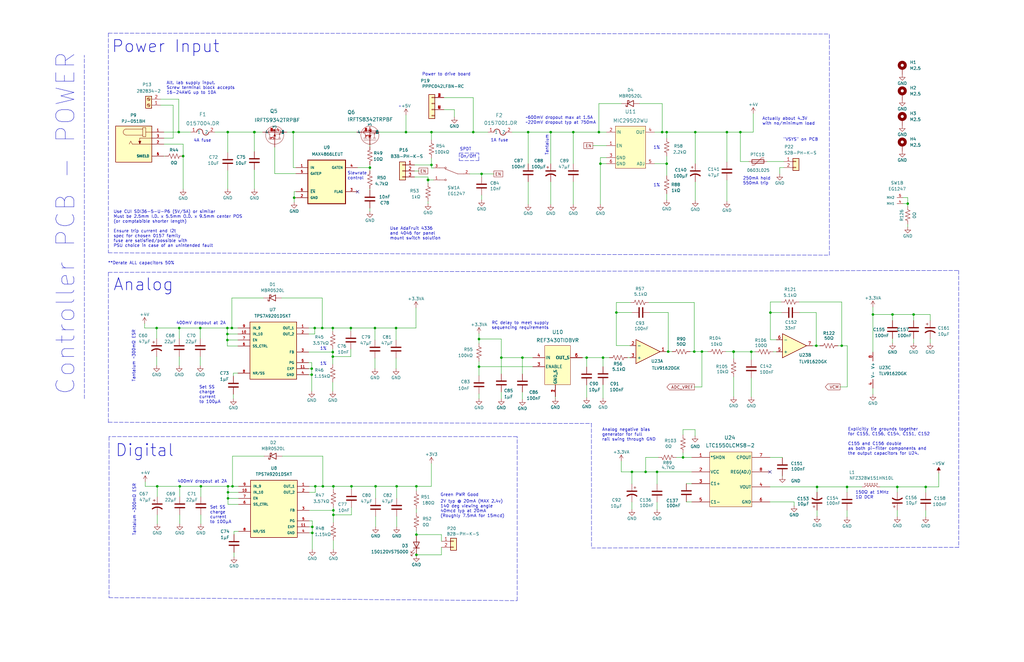
<source format=kicad_sch>
(kicad_sch (version 20211123) (generator eeschema)
  (paper "USLedger")
  (junction (at 252.5522 55.753))
  (junction (at 135.89 138.43))
  (junction (at 199.5678 55.753))
  (junction (at 96.139 210.2866))
  (junction (at 140.335 148.59))
  (junction (at 281.1272 55.753))
  (junction (at 75.565 138.43))
  (junction (at 75.819 205.2066))
  (junction (at 279.2222 55.753))
  (junction (at 201.9808 143.0782))
  (junction (at 272.2372 199.136))
  (junction (at 158.115 138.43))
  (junction (at 158.369 205.2066))
  (junction (at 382.778 85.9282))
  (junction (at 368.0968 132.715))
  (junction (at 281.7622 148.3868))
  (junction (at 140.589 205.2066))
  (junction (at 316.8142 148.4376))
  (junction (at 124.0282 83.439))
  (junction (at 167.005 138.43))
  (junction (at 203.073 73.3806))
  (junction (at 75.3872 55.7276))
  (junction (at 132.715 138.43))
  (junction (at 175.5902 225.6028))
  (junction (at 293.1922 55.753))
  (junction (at 309.3466 148.3868))
  (junction (at 277.0632 199.136))
  (junction (at 97.79 138.43))
  (junction (at 306.5272 55.753))
  (junction (at 292.7604 148.3868))
  (junction (at 131.699 224.8916))
  (junction (at 181.9402 55.753))
  (junction (at 211.4042 150.9268))
  (junction (at 232.2322 55.753))
  (junction (at 357.1748 205.486))
  (junction (at 147.955 138.43))
  (junction (at 132.969 205.2066))
  (junction (at 136.144 205.2066))
  (junction (at 66.04 138.43))
  (junction (at 84.709 205.2066))
  (junction (at 354.9396 145.8976))
  (junction (at 344.5256 205.486))
  (junction (at 66.294 205.2066))
  (junction (at 344.2208 145.8976))
  (junction (at 247.3706 150.9268))
  (junction (at 96.139 207.7466))
  (junction (at 131.445 158.115))
  (junction (at 201.9808 154.7368))
  (junction (at 95.885 143.51))
  (junction (at 96.139 205.2066))
  (junction (at 281.1272 69.088))
  (junction (at 95.885 138.43))
  (junction (at 131.445 155.575))
  (junction (at 123.698 55.753))
  (junction (at 175.5902 205.2066))
  (junction (at 96.0374 55.7276))
  (junction (at 107.2642 55.7276))
  (junction (at 140.335 138.43))
  (junction (at 107.2896 55.753))
  (junction (at 385.2418 132.715))
  (junction (at 140.589 217.2716))
  (junction (at 253.1872 69.088))
  (junction (at 175.5902 234.1372))
  (junction (at 222.7072 55.753))
  (junction (at 77.216 65.8876))
  (junction (at 259.9182 131.8768))
  (junction (at 376.3518 132.715))
  (junction (at 148.209 205.2066))
  (junction (at 180.4924 75.9206))
  (junction (at 180.4924 75.946))
  (junction (at 171.196 55.753))
  (junction (at 378.3838 205.486))
  (junction (at 84.455 138.43))
  (junction (at 324.866 131.9276))
  (junction (at 220.2942 150.9268))
  (junction (at 266.4714 199.136))
  (junction (at 155.9814 70.739))
  (junction (at 288.0106 193.04))
  (junction (at 131.699 222.3516))
  (junction (at 390.3472 205.486))
  (junction (at 140.589 215.3666))
  (junction (at 241.7572 55.753))
  (junction (at 98.044 205.2066))
  (junction (at 181.9402 69.596))
  (junction (at 95.885 140.97))
  (junction (at 254.2794 150.9268))
  (junction (at 167.259 205.2066))
  (junction (at 312.2168 55.753))
  (junction (at 309.3466 148.4376))
  (junction (at 140.335 150.495))
  (junction (at 295.9862 148.3868))
  (no_connect (at 150.7744 80.899))
  (no_connect (at 324.6882 199.136))
  (polyline (pts (xy 201.93 67.7418) (xy 201.93 64.5668)))
  (wire (pts (xy 293.1922 76.708) (xy 293.1922 84.582)))
  (wire (pts (xy 158.115 155.575) (xy 158.115 151.13)))
  (polyline (pts (xy 249.4026 178.6382) (xy 249.428 231.1146)))
  (wire (pts (xy 276.0472 55.753) (xy 279.2222 55.753)))
  (wire (pts (xy 107.2896 79.756) (xy 107.2642 71.5772)))
  (wire (pts (xy 274.066 131.8768) (xy 281.7622 131.8768)))
  (wire (pts (xy 135.89 125.73) (xy 135.89 138.43)))
  (wire (pts (xy 232.2322 76.708) (xy 232.2322 86.233)))
  (wire (pts (xy 316.8142 148.4376) (xy 318.4906 148.4376)))
  (wire (pts (xy 77.216 65.8876) (xy 77.216 79.8576)))
  (wire (pts (xy 293.1922 55.753) (xy 293.1922 69.088)))
  (wire (pts (xy 199.5678 55.753) (xy 205.74 55.753)))
  (wire (pts (xy 167.259 217.9066) (xy 167.259 222.3516)))
  (wire (pts (xy 312.2168 55.753) (xy 312.2168 68.1482)))
  (wire (pts (xy 97.79 138.43) (xy 100.33 138.43)))
  (wire (pts (xy 342.646 145.8976) (xy 344.2208 145.8976)))
  (wire (pts (xy 123.698 55.753) (xy 150.5204 55.753)))
  (wire (pts (xy 222.7072 55.753) (xy 232.2322 55.753)))
  (wire (pts (xy 124.0282 83.439) (xy 124.7394 83.439)))
  (wire (pts (xy 392.2268 132.715) (xy 392.2268 135.255)))
  (wire (pts (xy 98.425 157.48) (xy 98.425 158.75)))
  (wire (pts (xy 279.2222 43.688) (xy 279.2222 55.753)))
  (wire (pts (xy 181.9402 70.8406) (xy 182.8038 70.8406)))
  (polyline (pts (xy 45.72 114.935) (xy 45.72 178.435)))
  (wire (pts (xy 254.2794 162.3568) (xy 254.2794 168.0718)))
  (wire (pts (xy 136.144 205.2066) (xy 140.589 205.2066)))
  (wire (pts (xy 130.175 148.59) (xy 140.335 148.59)))
  (wire (pts (xy 289.433 211.709) (xy 289.433 211.836)))
  (wire (pts (xy 171.196 55.753) (xy 181.9402 55.753)))
  (wire (pts (xy 337.0072 127.4064) (xy 354.9396 127.4064)))
  (wire (pts (xy 261.9756 199.136) (xy 266.4714 199.136)))
  (wire (pts (xy 98.425 166.37) (xy 98.425 168.275)))
  (wire (pts (xy 293.1922 55.753) (xy 306.5272 55.753)))
  (wire (pts (xy 155.9814 72.0344) (xy 155.9814 70.739)))
  (wire (pts (xy 368.0968 129.5654) (xy 368.0968 132.715)))
  (wire (pts (xy 155.9814 80.1878) (xy 155.9814 79.6544)))
  (wire (pts (xy 222.7072 69.088) (xy 222.7072 55.753)))
  (wire (pts (xy 277.0632 199.136) (xy 291.6682 199.136)))
  (wire (pts (xy 84.455 138.43) (xy 95.885 138.43)))
  (wire (pts (xy 180.4924 75.9206) (xy 180.4924 75.946)))
  (wire (pts (xy 329.3872 127.4064) (xy 324.866 127.4064)))
  (wire (pts (xy 131.699 224.8916) (xy 130.429 224.8916)))
  (wire (pts (xy 147.955 147.32) (xy 147.955 150.495)))
  (wire (pts (xy 132.969 207.7466) (xy 130.429 207.7466)))
  (wire (pts (xy 158.115 138.43) (xy 167.005 138.43)))
  (wire (pts (xy 203.073 73.3806) (xy 208.2546 73.3806)))
  (wire (pts (xy 75.565 150.495) (xy 75.565 154.305)))
  (polyline (pts (xy 193.675 67.7418) (xy 201.93 67.7418)))
  (wire (pts (xy 100.584 210.2866) (xy 96.139 210.2866)))
  (wire (pts (xy 131.445 158.115) (xy 131.445 165.1)))
  (wire (pts (xy 215.9 55.753) (xy 222.7072 55.753)))
  (wire (pts (xy 118.999 192.5066) (xy 136.144 192.5066)))
  (wire (pts (xy 132.715 138.43) (xy 132.715 140.97)))
  (wire (pts (xy 98.679 224.2566) (xy 98.679 225.5266)))
  (wire (pts (xy 344.5256 205.486) (xy 357.1748 205.486)))
  (wire (pts (xy 140.335 165.1) (xy 140.335 161.29)))
  (wire (pts (xy 140.335 138.43) (xy 147.955 138.43)))
  (wire (pts (xy 324.6882 211.836) (xy 334.8482 211.836)))
  (wire (pts (xy 201.9808 143.0782) (xy 211.4042 143.0782)))
  (wire (pts (xy 329.9206 193.04) (xy 329.9206 193.1924)))
  (wire (pts (xy 354.2538 163.2458) (xy 357.3018 163.2458)))
  (wire (pts (xy 107.2642 55.7276) (xy 107.2642 63.9572)))
  (wire (pts (xy 259.9182 131.8768) (xy 266.446 131.8768)))
  (wire (pts (xy 98.425 157.48) (xy 100.33 157.48)))
  (wire (pts (xy 84.455 150.495) (xy 84.455 154.305)))
  (polyline (pts (xy 404.241 114.1222) (xy 404.2664 230.9876)))
  (wire (pts (xy 175.5902 234.1372) (xy 175.5902 233.807)))
  (wire (pts (xy 380.7968 85.9282) (xy 382.778 85.9282)))
  (wire (pts (xy 255.7272 55.753) (xy 252.5522 55.753)))
  (wire (pts (xy 368.0968 132.715) (xy 368.0968 148.59)))
  (wire (pts (xy 272.2372 193.04) (xy 272.2372 199.136)))
  (wire (pts (xy 357.1748 207.7466) (xy 357.1748 205.486)))
  (wire (pts (xy 293.0906 181.3052) (xy 288.0106 181.3052)))
  (wire (pts (xy 75.819 209.6516) (xy 75.819 205.2066)))
  (wire (pts (xy 328.803 70.6882) (xy 330.5556 70.6882)))
  (wire (pts (xy 266.4714 199.136) (xy 272.2372 199.136)))
  (wire (pts (xy 329.9206 200.8124) (xy 329.9206 201.0918)))
  (wire (pts (xy 155.9814 87.8078) (xy 155.9814 89.2048)))
  (wire (pts (xy 155.9814 61.8744) (xy 155.9814 61.214)))
  (wire (pts (xy 289.433 211.836) (xy 291.6682 211.836)))
  (wire (pts (xy 259.9182 131.8768) (xy 259.9182 145.8468)))
  (wire (pts (xy 201.9808 154.7368) (xy 224.663 154.7368)))
  (wire (pts (xy 385.2418 132.715) (xy 385.2418 135.255)))
  (wire (pts (xy 111.125 125.73) (xy 97.79 125.73)))
  (wire (pts (xy 281.1272 65.913) (xy 281.1272 69.088)))
  (wire (pts (xy 201.9808 140.7668) (xy 201.9808 143.0782)))
  (wire (pts (xy 95.885 138.43) (xy 97.79 138.43)))
  (wire (pts (xy 309.3466 167.4114) (xy 309.3466 159.004)))
  (wire (pts (xy 328.803 73.4568) (xy 328.803 70.6882)))
  (wire (pts (xy 131.699 224.8916) (xy 131.699 231.8766)))
  (wire (pts (xy 198.0438 73.3806) (xy 203.073 73.3806)))
  (wire (pts (xy 148.209 205.2066) (xy 158.369 205.2066)))
  (wire (pts (xy 167.259 210.2866) (xy 167.259 205.2066)))
  (wire (pts (xy 130.175 155.575) (xy 131.445 155.575)))
  (wire (pts (xy 344.2208 131.9276) (xy 344.2208 145.8976)))
  (wire (pts (xy 279.2222 55.753) (xy 281.1272 55.753)))
  (wire (pts (xy 222.7072 76.708) (xy 222.7072 86.233)))
  (wire (pts (xy 292.7604 148.3868) (xy 295.9862 148.3868)))
  (wire (pts (xy 281.7622 131.8768) (xy 281.7622 148.3868)))
  (wire (pts (xy 167.005 138.43) (xy 175.4124 138.43)))
  (wire (pts (xy 67.7672 44.3992) (xy 72.9996 44.3992)))
  (wire (pts (xy 316.8142 148.4376) (xy 316.8142 151.8158)))
  (wire (pts (xy 180.4924 75.946) (xy 180.4924 77.3684)))
  (wire (pts (xy 265.938 127.635) (xy 259.9182 127.635)))
  (wire (pts (xy 324.866 131.9276) (xy 324.866 143.3576)))
  (wire (pts (xy 292.7604 127.635) (xy 292.7604 148.3868)))
  (wire (pts (xy 158.369 210.2866) (xy 158.369 205.2066)))
  (wire (pts (xy 326.1106 148.4376) (xy 327.406 148.4376)))
  (wire (pts (xy 309.3466 148.4376) (xy 309.3466 151.384)))
  (wire (pts (xy 211.4042 165.4048) (xy 211.4042 168.2496)))
  (wire (pts (xy 385.2418 142.875) (xy 385.2418 144.78)))
  (wire (pts (xy 368.0968 163.83) (xy 368.0968 166.37)))
  (wire (pts (xy 67.7672 41.8592) (xy 75.3872 41.8592)))
  (wire (pts (xy 84.709 205.2066) (xy 96.139 205.2066)))
  (wire (pts (xy 261.9756 194.564) (xy 261.9756 199.136)))
  (wire (pts (xy 390.3472 205.486) (xy 395.8336 205.486)))
  (wire (pts (xy 167.005 143.51) (xy 167.005 138.43)))
  (wire (pts (xy 291.0332 148.3868) (xy 292.7604 148.3868)))
  (polyline (pts (xy 249.4534 231.267) (xy 404.3426 230.9876)))
  (wire (pts (xy 66.04 154.305) (xy 66.04 150.495)))
  (wire (pts (xy 140.589 205.2066) (xy 148.209 205.2066)))
  (wire (pts (xy 130.429 219.8116) (xy 131.699 219.8116)))
  (wire (pts (xy 96.012 79.6798) (xy 96.0374 71.9582)))
  (wire (pts (xy 357.3018 145.8976) (xy 357.3018 163.2458)))
  (wire (pts (xy 130.429 222.3516) (xy 131.699 222.3516)))
  (wire (pts (xy 255.7272 66.548) (xy 253.1872 66.548)))
  (wire (pts (xy 371.094 205.486) (xy 378.3838 205.486)))
  (wire (pts (xy 254.2794 150.9268) (xy 256.9718 150.9268)))
  (wire (pts (xy 293.0906 183.9976) (xy 293.0906 181.3052)))
  (wire (pts (xy 96.139 210.2866) (xy 96.139 212.8266)))
  (wire (pts (xy 324.6882 205.486) (xy 344.5256 205.486)))
  (wire (pts (xy 269.6972 43.688) (xy 279.2222 43.688)))
  (wire (pts (xy 115.824 62.103) (xy 115.824 73.279)))
  (wire (pts (xy 247.3706 150.9268) (xy 247.3706 154.8638)))
  (wire (pts (xy 75.819 205.2066) (xy 84.709 205.2066)))
  (wire (pts (xy 84.455 142.875) (xy 84.455 138.43)))
  (wire (pts (xy 96.0374 55.7276) (xy 96.0374 64.3382)))
  (wire (pts (xy 159.9184 55.753) (xy 171.196 55.753)))
  (wire (pts (xy 376.3518 142.875) (xy 376.3518 144.78)))
  (wire (pts (xy 253.1872 66.548) (xy 253.1872 69.088)))
  (wire (pts (xy 135.89 138.43) (xy 132.715 138.43)))
  (wire (pts (xy 181.9402 69.596) (xy 181.9402 70.8406)))
  (wire (pts (xy 247.3706 162.4838) (xy 247.3706 167.7924)))
  (wire (pts (xy 201.9808 152.5524) (xy 201.9808 154.7368)))
  (wire (pts (xy 281.1272 84.328) (xy 281.1272 81.788)))
  (wire (pts (xy 96.139 205.2066) (xy 98.044 205.2066)))
  (wire (pts (xy 344.5256 207.6958) (xy 344.5256 205.486)))
  (wire (pts (xy 115.824 73.279) (xy 124.7394 73.279)))
  (wire (pts (xy 306.5272 55.753) (xy 312.2168 55.753)))
  (wire (pts (xy 327.406 143.3576) (xy 324.866 143.3576)))
  (wire (pts (xy 124.0282 80.899) (xy 124.0282 83.439)))
  (wire (pts (xy 264.5918 150.9268) (xy 265.6332 150.9268)))
  (wire (pts (xy 121.031 55.753) (xy 123.698 55.753)))
  (wire (pts (xy 131.445 158.115) (xy 130.175 158.115)))
  (wire (pts (xy 211.4042 143.0782) (xy 211.4042 150.9268)))
  (wire (pts (xy 368.0968 132.715) (xy 376.3518 132.715)))
  (wire (pts (xy 324.6882 193.04) (xy 329.9206 193.04)))
  (wire (pts (xy 259.9182 127.635) (xy 259.9182 131.8768)))
  (wire (pts (xy 158.115 143.51) (xy 158.115 138.43)))
  (wire (pts (xy 131.445 155.575) (xy 131.445 158.115)))
  (wire (pts (xy 357.1748 205.486) (xy 363.474 205.486)))
  (wire (pts (xy 199.5678 41.1734) (xy 199.5678 55.753)))
  (wire (pts (xy 241.7572 55.753) (xy 241.7572 69.088)))
  (wire (pts (xy 378.3838 205.486) (xy 390.3472 205.486)))
  (wire (pts (xy 392.2268 142.875) (xy 392.2268 144.78)))
  (wire (pts (xy 61.214 203.3016) (xy 61.214 205.2066)))
  (wire (pts (xy 337.185 131.9276) (xy 344.2208 131.9276)))
  (wire (pts (xy 90.5764 55.7276) (xy 96.0374 55.7276)))
  (polyline (pts (xy 45.72 114.935) (xy 404.241 114.1222)))
  (polyline (pts (xy 218.059 253.4666) (xy 218.059 184.2516)))
  (wire (pts (xy 272.2372 199.136) (xy 277.0632 199.136)))
  (wire (pts (xy 100.584 212.8266) (xy 96.139 212.8266)))
  (wire (pts (xy 130.175 138.43) (xy 132.715 138.43)))
  (wire (pts (xy 155.9814 69.4944) (xy 155.9814 70.739)))
  (wire (pts (xy 181.9402 55.753) (xy 181.9402 59.0804)))
  (wire (pts (xy 191.6176 46.2534) (xy 191.6176 49.4284)))
  (wire (pts (xy 291.6682 204.089) (xy 289.433 204.089)))
  (wire (pts (xy 171.196 48.4886) (xy 171.196 55.753)))
  (wire (pts (xy 306.5272 75.9968) (xy 306.5272 84.963)))
  (wire (pts (xy 283.4132 148.3868) (xy 281.7622 148.3868)))
  (wire (pts (xy 281.1272 55.753) (xy 293.1922 55.753)))
  (wire (pts (xy 100.33 143.51) (xy 95.885 143.51)))
  (wire (pts (xy 180.4924 75.9206) (xy 182.8038 75.9206)))
  (wire (pts (xy 220.2942 150.9268) (xy 220.2942 157.8356)))
  (wire (pts (xy 175.5902 225.6028) (xy 186.1566 225.6028)))
  (wire (pts (xy 95.885 143.51) (xy 95.885 146.05)))
  (wire (pts (xy 124.0282 83.439) (xy 124.0282 85.3186)))
  (wire (pts (xy 174.8028 69.596) (xy 181.9402 69.596)))
  (wire (pts (xy 135.89 138.43) (xy 140.335 138.43)))
  (wire (pts (xy 254.2794 150.9268) (xy 254.2794 154.7368)))
  (wire (pts (xy 380.7968 83.3882) (xy 382.778 83.3882)))
  (wire (pts (xy 288.0106 181.3052) (xy 288.0106 183.4642)))
  (wire (pts (xy 136.144 205.2066) (xy 132.969 205.2066)))
  (wire (pts (xy 131.699 222.3516) (xy 131.699 224.8916)))
  (wire (pts (xy 376.3518 132.715) (xy 385.2418 132.715)))
  (wire (pts (xy 181.9402 55.753) (xy 199.5678 55.753)))
  (polyline (pts (xy 218.059 184.2516) (xy 45.974 184.2516)))
  (wire (pts (xy 181.9148 195.5292) (xy 181.9148 205.2066)))
  (wire (pts (xy 187.1726 41.1734) (xy 199.5678 41.1734)))
  (wire (pts (xy 306.5272 55.753) (xy 306.5272 68.3768)))
  (wire (pts (xy 148.209 214.0966) (xy 148.209 217.2716)))
  (wire (pts (xy 140.335 153.67) (xy 140.335 150.495)))
  (wire (pts (xy 84.709 217.2716) (xy 84.709 221.0816)))
  (polyline (pts (xy 193.675 64.5668) (xy 193.675 67.7418)))
  (wire (pts (xy 323.4182 68.1482) (xy 330.5556 68.1482)))
  (wire (pts (xy 312.2168 55.753) (xy 317.627 55.753)))
  (wire (pts (xy 273.558 127.635) (xy 292.7604 127.635)))
  (wire (pts (xy 247.3706 150.9268) (xy 254.2794 150.9268)))
  (wire (pts (xy 232.2322 55.753) (xy 232.2322 69.088)))
  (wire (pts (xy 147.955 150.495) (xy 140.335 150.495)))
  (wire (pts (xy 69.1134 65.8876) (xy 69.596 65.8876)))
  (wire (pts (xy 96.139 210.2866) (xy 96.139 207.7466)))
  (wire (pts (xy 175.5902 234.4928) (xy 175.5902 234.1372)))
  (wire (pts (xy 203.073 73.3806) (xy 203.073 74.7014)))
  (wire (pts (xy 201.9808 166.1668) (xy 201.9808 168.2242)))
  (wire (pts (xy 60.96 138.43) (xy 66.04 138.43)))
  (wire (pts (xy 186.1566 228.3968) (xy 186.1566 225.6028)))
  (wire (pts (xy 315.7982 68.1482) (xy 312.2168 68.1482)))
  (wire (pts (xy 140.335 150.495) (xy 140.335 148.59)))
  (wire (pts (xy 180.4924 84.9884) (xy 180.4924 85.9536)))
  (wire (pts (xy 201.9808 154.7368) (xy 201.9808 158.5468)))
  (polyline (pts (xy 45.72 178.181) (xy 249.428 178.689)))
  (wire (pts (xy 353.3648 145.8976) (xy 354.9396 145.8976)))
  (wire (pts (xy 395.8336 199.6948) (xy 395.8336 205.486)))
  (wire (pts (xy 186.1566 230.9368) (xy 186.1566 234.1372)))
  (wire (pts (xy 186.1566 234.1372) (xy 175.5902 234.1372)))
  (wire (pts (xy 66.04 142.875) (xy 66.04 138.43)))
  (wire (pts (xy 201.9808 143.0782) (xy 201.9808 144.9324)))
  (wire (pts (xy 158.369 205.2066) (xy 167.259 205.2066)))
  (polyline (pts (xy 193.675 64.5668) (xy 201.93 64.5668)))
  (wire (pts (xy 98.679 224.2566) (xy 100.584 224.2566)))
  (wire (pts (xy 385.2418 132.715) (xy 392.2268 132.715)))
  (wire (pts (xy 140.335 147.32) (xy 140.335 148.59)))
  (wire (pts (xy 75.819 217.2716) (xy 75.819 221.0816)))
  (wire (pts (xy 181.9402 66.7004) (xy 181.9402 69.596)))
  (wire (pts (xy 147.955 138.43) (xy 158.115 138.43)))
  (wire (pts (xy 187.1726 46.2534) (xy 191.6176 46.2534)))
  (wire (pts (xy 334.8482 211.836) (xy 334.8482 213.4616)))
  (wire (pts (xy 382.778 85.9282) (xy 382.778 87.0204)))
  (wire (pts (xy 60.96 136.525) (xy 60.96 138.43)))
  (wire (pts (xy 148.209 217.2716) (xy 140.589 217.2716)))
  (wire (pts (xy 130.429 215.3666) (xy 140.589 215.3666)))
  (wire (pts (xy 382.778 83.3882) (xy 382.778 85.9282)))
  (wire (pts (xy 175.5902 205.2066) (xy 175.5902 207.137)))
  (wire (pts (xy 140.589 217.2716) (xy 140.589 215.3666)))
  (wire (pts (xy 150.7744 70.739) (xy 155.9814 70.739)))
  (polyline (pts (xy 35.6108 168.2496) (xy 35.5854 23.2918)))
  (wire (pts (xy 378.3838 218.0336) (xy 378.3838 215.3158)))
  (wire (pts (xy 252.5522 43.688) (xy 252.5522 55.753)))
  (wire (pts (xy 97.79 125.73) (xy 97.79 138.43)))
  (wire (pts (xy 77.216 60.8076) (xy 77.216 65.8876)))
  (wire (pts (xy 66.04 138.43) (xy 75.565 138.43)))
  (wire (pts (xy 354.9396 127.4064) (xy 354.9396 145.8976)))
  (wire (pts (xy 98.044 205.2066) (xy 100.584 205.2066)))
  (wire (pts (xy 111.379 192.5066) (xy 98.044 192.5066)))
  (wire (pts (xy 131.445 153.035) (xy 131.445 155.575)))
  (wire (pts (xy 123.698 70.739) (xy 124.7394 70.739)))
  (wire (pts (xy 131.699 219.8116) (xy 131.699 222.3516)))
  (wire (pts (xy 132.715 140.97) (xy 130.175 140.97)))
  (wire (pts (xy 136.144 192.5066) (xy 136.144 205.2066)))
  (wire (pts (xy 281.1272 58.293) (xy 281.1272 55.753)))
  (wire (pts (xy 100.33 140.97) (xy 95.885 140.97)))
  (wire (pts (xy 376.3518 135.255) (xy 376.3518 132.715)))
  (wire (pts (xy 317.627 47.9298) (xy 317.627 55.753)))
  (wire (pts (xy 158.369 222.3516) (xy 158.369 217.9066)))
  (wire (pts (xy 203.073 84.3788) (xy 203.073 82.3214)))
  (wire (pts (xy 211.4042 157.7848) (xy 211.4042 150.9268)))
  (wire (pts (xy 175.5902 205.2066) (xy 181.9148 205.2066)))
  (polyline (pts (xy 45.72 106.68) (xy 349.758 107.696)))
  (wire (pts (xy 292.8366 163.322) (xy 295.9862 163.322)))
  (wire (pts (xy 277.0632 215.0364) (xy 277.0632 211.9122)))
  (wire (pts (xy 232.2322 55.753) (xy 241.7572 55.753)))
  (wire (pts (xy 140.589 214.0966) (xy 140.589 215.3666)))
  (wire (pts (xy 324.866 127.4064) (xy 324.866 131.9276)))
  (wire (pts (xy 180.4924 74.676) (xy 180.4924 75.9206)))
  (wire (pts (xy 295.9862 163.322) (xy 295.9862 148.3868)))
  (wire (pts (xy 75.565 142.875) (xy 75.565 138.43)))
  (wire (pts (xy 140.589 220.4466) (xy 140.589 217.2716)))
  (polyline (pts (xy 45.72 13.97) (xy 349.758 14.351)))
  (wire (pts (xy 255.7272 69.088) (xy 253.1872 69.088)))
  (wire (pts (xy 167.005 151.13) (xy 167.005 155.575)))
  (wire (pts (xy 100.33 146.05) (xy 95.885 146.05)))
  (wire (pts (xy 75.565 138.43) (xy 84.455 138.43)))
  (wire (pts (xy 66.294 221.0816) (xy 66.294 217.2716)))
  (wire (pts (xy 100.584 207.7466) (xy 96.139 207.7466)))
  (wire (pts (xy 148.209 205.2066) (xy 148.209 206.4766)))
  (wire (pts (xy 95.885 143.51) (xy 95.885 140.97)))
  (wire (pts (xy 175.5902 214.757) (xy 175.5902 216.3826)))
  (wire (pts (xy 96.139 207.7466) (xy 96.139 205.2066)))
  (wire (pts (xy 69.1134 58.2676) (xy 72.9996 58.2676)))
  (wire (pts (xy 140.335 139.7) (xy 140.335 138.43)))
  (wire (pts (xy 174.8028 74.676) (xy 180.4924 74.676)))
  (wire (pts (xy 110.744 55.753) (xy 107.2896 55.753)))
  (polyline (pts (xy 45.974 184.2516) (xy 45.974 187.4266)))
  (wire (pts (xy 241.7572 55.753) (xy 252.5522 55.753)))
  (wire (pts (xy 130.175 153.035) (xy 131.445 153.035)))
  (wire (pts (xy 295.9862 148.3868) (xy 298.45 148.3868)))
  (wire (pts (xy 345.7448 145.8976) (xy 344.2208 145.8976)))
  (wire (pts (xy 175.4124 129.8702) (xy 175.4124 138.43)))
  (wire (pts (xy 84.709 209.6516) (xy 84.709 205.2066)))
  (wire (pts (xy 124.0282 80.899) (xy 124.7394 80.899)))
  (polyline (pts (xy 45.974 252.1966) (xy 218.059 253.4666)))
  (wire (pts (xy 132.969 205.2066) (xy 132.969 207.7466)))
  (wire (pts (xy 309.3466 148.3868) (xy 309.3466 148.4376)))
  (wire (pts (xy 250.0122 61.468) (xy 255.7272 61.468)))
  (wire (pts (xy 118.745 125.73) (xy 135.89 125.73)))
  (wire (pts (xy 281.7622 148.3868) (xy 280.8732 148.3868)))
  (wire (pts (xy 66.294 205.2066) (xy 75.819 205.2066)))
  (wire (pts (xy 72.9996 44.3992) (xy 72.9996 58.2676)))
  (wire (pts (xy 220.2942 165.4556) (xy 220.2942 168.5544)))
  (wire (pts (xy 277.0632 204.2922) (xy 277.0632 199.136)))
  (wire (pts (xy 306.07 148.3868) (xy 309.3466 148.3868)))
  (wire (pts (xy 95.885 140.97) (xy 95.885 138.43)))
  (wire (pts (xy 245.618 150.9268) (xy 247.3706 150.9268)))
  (wire (pts (xy 98.044 192.5066) (xy 98.044 205.2066)))
  (wire (pts (xy 167.259 205.2066) (xy 175.5902 205.2066)))
  (wire (pts (xy 288.0106 193.04) (xy 291.6682 193.04)))
  (wire (pts (xy 390.3472 205.486) (xy 390.3472 207.772)))
  (wire (pts (xy 277.5966 193.04) (xy 272.2372 193.04)))
  (wire (pts (xy 69.1134 55.7276) (xy 75.3872 55.7276)))
  (wire (pts (xy 281.1272 69.088) (xy 281.1272 74.168)))
  (wire (pts (xy 266.4714 214.9856) (xy 266.4714 211.8614)))
  (wire (pts (xy 354.9396 145.8976) (xy 357.3018 145.8976)))
  (wire (pts (xy 140.589 231.8766) (xy 140.589 228.0666)))
  (wire (pts (xy 174.8028 72.136) (xy 176.6316 72.136)))
  (wire (pts (xy 220.2942 150.9268) (xy 224.663 150.9268)))
  (wire (pts (xy 130.429 205.2066) (xy 132.969 205.2066)))
  (wire (pts (xy 382.778 95.7834) (xy 382.778 94.6404)))
  (polyline (pts (xy 45.974 187.4266) (xy 45.974 252.1966)))
  (wire (pts (xy 96.0374 55.7276) (xy 107.2642 55.7276)))
  (wire (pts (xy 211.4042 150.9268) (xy 220.2942 150.9268)))
  (wire (pts (xy 285.2166 193.04) (xy 288.0106 193.04)))
  (polyline (pts (xy 45.72 13.97) (xy 45.72 106.68)))
  (wire (pts (xy 316.8142 167.4622) (xy 316.8142 159.4358)))
  (wire (pts (xy 66.294 209.6516) (xy 66.294 205.2066)))
  (wire (pts (xy 266.4714 204.2414) (xy 266.4714 199.136)))
  (wire (pts (xy 140.589 206.4766) (xy 140.589 205.2066)))
  (wire (pts (xy 123.698 55.753) (xy 123.698 70.739)))
  (wire (pts (xy 259.9182 145.8468) (xy 265.6332 145.8468)))
  (wire (pts (xy 390.3472 218.1098) (xy 390.3472 215.392)))
  (wire (pts (xy 75.3872 55.7276) (xy 80.4164 55.7276)))
  (wire (pts (xy 75.3872 41.8592) (xy 75.3872 55.7276)))
  (wire (pts (xy 309.3466 148.4376) (xy 316.8142 148.4376)))
  (wire (pts (xy 175.5902 225.6028) (xy 175.5902 226.187)))
  (wire (pts (xy 276.0472 69.088) (xy 281.1272 69.088)))
  (wire (pts (xy 378.3838 207.6958) (xy 378.3838 205.486)))
  (wire (pts (xy 357.1748 218.2114) (xy 357.1748 215.3666)))
  (wire (pts (xy 69.1134 60.8076) (xy 77.216 60.8076)))
  (wire (pts (xy 234.188 167.4368) (xy 234.188 168.0718)))
  (polyline (pts (xy 349.758 107.696) (xy 349.758 14.351)))
  (wire (pts (xy 288.0106 191.0842) (xy 288.0106 193.04)))
  (wire (pts (xy 175.5902 224.0026) (xy 175.5902 225.6028)))
  (wire (pts (xy 324.866 131.9276) (xy 329.565 131.9276)))
  (wire (pts (xy 344.5256 217.8558) (xy 344.5256 215.3158)))
  (wire (pts (xy 61.214 205.2066) (xy 66.294 205.2066)))
  (wire (pts (xy 252.5522 43.688) (xy 262.0772 43.688)))
  (wire (pts (xy 241.7572 76.708) (xy 241.7572 86.233)))
  (wire (pts (xy 253.1872 69.088) (xy 253.1872 86.233)))
  (wire (pts (xy 98.679 233.1466) (xy 98.679 235.0516)))
  (wire (pts (xy 147.955 138.43) (xy 147.955 139.7)))
  (text "Slewrate\ncontrol" (at 146.5072 75.9714 0) (effects (font (size 1.27 1.27)) (justify left bottom)))
  (text "Actually about 4.3V \nwith no/minimum load" (at 321.4116 52.9336 0) (effects (font (size 1.27 1.27)) (justify left bottom)))
  (text "4A fuse" (at 81.6356 60.1218 0) (effects (font (size 1.27 1.27)) (justify left bottom)))
  (text "Tantalum ~300mΩ ESR" (at 57.15 161.29 90) (effects (font (size 1.27 1.27)) (justify left bottom)))
  (text "1%" (at 278.3586 78.994 180) (effects (font (size 1.27 1.27)) (justify right bottom)))
  (text "Set SS\ncharge\ncurrent\nto 100µA" (at 83.9724 170.3832 0) (effects (font (size 1.27 1.27)) (justify left bottom)))
  (text "Analog" (at 47.625 123.19 0) (effects (font (size 5.08 5.08) (thickness 0.254) bold) (justify left bottom)))
  (text "Controller PCB - POWER" (at 32.1056 167.0812 90) (effects (font (size 7.62 7.62)) (justify left bottom)))
  (text "~600mV dropout max at 1.5A\n~220mV dropout typ at 750mA" (at 221.5642 52.5526 0) (effects (font (size 1.27 1.27)) (justify left bottom)))
  (text "PWR Good" (at 192.024 209.6516 0) (effects (font (size 1.27 1.27)) (justify left bottom)))
  (text "Power Input" (at 46.99 22.6822 0) (effects (font (size 5.08 5.08) (thickness 0.254) bold) (justify left bottom)))
  (text "**Derate ALL capacitors 50%" (at 45.4914 111.8362 0) (effects (font (size 1.27 1.27)) (justify left bottom)))
  (text "RC delay to meet supply\nsequencing requirements" (at 207.2894 139.1412 0) (effects (font (size 1.27 1.27)) (justify left bottom)))
  (text "400mV dropout at 2A" (at 74.803 203.9874 0) (effects (font (size 1.27 1.27)) (justify left bottom)))
  (text "1%" (at 137.795 147.955 180) (effects (font (size 1.27 1.27)) (justify right bottom)))
  (text "Analog negative bias\ngenerator for full\nrail swing through GND" (at 253.8476 186.2582 0) (effects (font (size 1.27 1.27)) (justify left bottom)))
  (text "2V typ @ 20mA (MAX 2.4v)\n140 deg viewing angle\n40mcd typ at 20mA\n(Roughly 7.5mA for 15mcd)" (at 185.674 218.5416 0) (effects (font (size 1.27 1.27)) (justify left bottom)))
  (text "~\n" (at 168.1226 45.72 0) (effects (font (size 1.27 1.27)) (justify left bottom)))
  (text "Set SS\ncharge\ncurrent\nto 100µA" (at 88.519 221.0816 0) (effects (font (size 1.27 1.27)) (justify left bottom)))
  (text "Green\n" (at 185.674 209.6516 0) (effects (font (size 1.27 1.27)) (justify left bottom)))
  (text "400mV dropout at 2A" (at 74.295 137.16 0) (effects (font (size 1.27 1.27)) (justify left bottom)))
  (text "Use CUI SDI36-5-U-P6 (5V/5A) or similar\nMust be 2.5mm I.D. x 5.5mm O.D. x 9.5mm center POS\n(or comptabible shorter length)\n\nEnsure trip current and I2t\nspec for chosen 0157 family\nfuse are satisfied/possible with\nPSU choice in case of an unintended fault" (at 47.8282 104.521 0) (effects (font (size 1.27 1.27)) (justify left bottom)))
  (text "250mA hold\n550mA trip" (at 313.2582 78.1558 0) (effects (font (size 1.27 1.27)) (justify left bottom)))
  (text "1%" (at 137.795 154.305 180) (effects (font (size 1.27 1.27)) (justify right bottom)))
  (text "150Ω at 1MHz\n1Ω DCR" (at 360.7054 210.693 0) (effects (font (size 1.27 1.27)) (justify left bottom)))
  (text "Tantalum" (at 231.3686 65.659 90) (effects (font (size 1.27 1.27)) (justify left bottom)))
  (text "Alt. lab supply input.\nScrew terminal block accepts \n16-24AWG up to 10A" (at 70.1802 39.9288 0) (effects (font (size 1.27 1.27)) (justify left bottom)))
  (text "1%" (at 278.3586 63.119 180) (effects (font (size 1.27 1.27)) (justify right bottom)))
  (text "Use AdaFruit 4336\nand 4046 for panel\nmount switch solution" (at 164.3634 101.3714 0) (effects (font (size 1.27 1.27)) (justify left bottom)))
  (text "Power to drive board" (at 177.9524 32.1564 0) (effects (font (size 1.27 1.27)) (justify left bottom)))
  (text "Digital" (at 48.514 193.1416 0) (effects (font (size 5.08 5.08) (thickness 0.254) bold) (justify left bottom)))
  (text "\"VSYS\" on PCB" (at 330.2254 59.7154 0) (effects (font (size 1.27 1.27)) (justify left bottom)))
  (text "Tantalum ~300mΩ ESR" (at 57.404 226.1616 90) (effects (font (size 1.27 1.27)) (justify left bottom)))
  (text "On/Off" (at 194.0814 66.8528 0) (effects (font (size 1.27 1.27)) (justify left bottom)))
  (text "1A fuse" (at 206.883 60.0202 0) (effects (font (size 1.27 1.27)) (justify left bottom)))
  (text "Explicitly tie grounds together\nfor C155, C156, C154, C151, C152\n\nC155 and C156 double\nas both pi-filter components and\nthe output capacitors for U24." (at 357.5304 192.2018 0) (effects (font (size 1.27 1.27)) (justify left bottom)))
  (text "SPDT" (at 193.8782 63.8048 0) (effects (font (size 1.27 1.27)) (justify left bottom)))
  (global_label "ADC_VREF" (shape output) (at 292.8366 163.322 180) (property "Intersheet References" "${INTERSHEET_REFS}" (effects hide)))
  (global_label "VCM" (shape output) (at 354.2538 163.2458 180) (property "Intersheet References" "${INTERSHEET_REFS}" (effects hide)))
  (global_label "EN" (shape passive) (at 250.0122 61.468 180) (property "Intersheet References" "${INTERSHEET_REFS}" (effects hide)))
  (global_label "EN" (shape passive) (at 208.2546 73.3806 0) (property "Intersheet References" "${INTERSHEET_REFS}" (effects hide)))
  (global_label "EN" (shape passive) (at 176.6316 72.136 0) (property "Intersheet References" "${INTERSHEET_REFS}" (effects hide)))
  (symbol (lib_id "Device:C") (at 158.115 147.32 180) (unit 1)
    (property "Reference" "C79" (at 154.305 142.24 0))
    (property "Value" "47µF" (at 154.305 144.78 0))
    (property "Footprint" "Custom:C_0603" (effects hide))
  )
  (symbol (lib_id "power:GND") (at 316.8142 167.4622 0) (unit 1)
    (property "Reference" "#PWR0113" (effects hide))
    (property "Value" "GND" (at 316.8142 171.2722 0))
  )
  (symbol (lib_id "Device:R_US") (at 287.2232 148.3868 270) (unit 1)
    (property "Reference" "R90" (at 287.2232 143.0528 90))
    (property "Value" "50Ω" (at 287.2232 145.2118 90))
    (property "Footprint" "Custom:R_0603" (effects hide))
  )
  (symbol (lib_id "015702.5DR:015702.5DR") (at 80.4164 55.7276 0) (unit 1)
    (property "Reference" "F1" (at 85.4964 48.26 0) (effects (font (size 1.524 1.524))))
    (property "Value" "0157004.DR" (at 85.4964 52.07 0) (effects (font (size 1.524 1.524))))
    (property "Footprint" "Custom:F_0157_SMD2" (effects hide))
    (property "Datasheet" "https://assets.alliedelec.com/v1610968651/Datasheets/49da7967d2a247cab83a03aa75b13093.pdf" (effects hide))
  )
  (symbol (lib_id "power:GND") (at 241.7572 86.233 0) (unit 1)
    (property "Reference" "#PWR0100" (effects hide))
    (property "Value" "GND" (at 241.7572 90.043 0))
  )
  (symbol (lib_id "Connector_Generic:Conn_02x04_Odd_Even") (at 182.0926 43.7134 0) (mirror y) (unit 1) (in_bom no)
    (property "Reference" "P19" (at 179.2986 34.0614 0))
    (property "Value" "PPPC042LFBN-RC" (at 186.8424 36.4236 0))
    (property "Footprint" "Connector_PinSocket_2.54mm:PinSocket_2x04_P2.54mm_Vertical" (effects hide))
    (property "Datasheet" "https://mm.digikey.com/Volume0/opasdata/d220001/medias/docus/937/Female_Headers.100_DS.pdf" (effects hide))
  )
  (symbol (lib_id "Device:R_US") (at 155.9814 75.8444 0) (mirror x) (unit 1)
    (property "Reference" "R50" (at 160.909 75.0062 0))
    (property "Value" "4.7kΩ" (at 160.909 77.5462 0))
    (property "Footprint" "Custom:R_0603" (effects hide))
  )
  (symbol (lib_id "power:GND") (at 107.2896 79.756 0) (unit 1)
    (property "Reference" "#PWR074" (effects hide))
    (property "Value" "GND" (at 107.2896 83.566 0))
  )
  (symbol (lib_id "power:GND") (at 66.04 154.305 0) (unit 1)
    (property "Reference" "#PWR03" (effects hide))
    (property "Value" "GND" (at 66.04 158.115 0))
  )
  (symbol (lib_id "power:GND") (at 266.4714 214.9856 0) (mirror y) (unit 1)
    (property "Reference" "#PWR0106" (effects hide))
    (property "Value" "GND" (at 266.4714 218.7956 0))
  )
  (symbol (lib_id "power:GND") (at 84.709 221.0816 0) (unit 1)
    (property "Reference" "#PWR070" (effects hide))
    (property "Value" "GND" (at 84.709 224.8916 0))
  )
  (symbol (lib_id "Device:C") (at 385.2418 139.065 0) (unit 1)
    (property "Reference" "C157" (at 380.7968 139.065 0))
    (property "Value" "100nF" (at 381.4318 141.605 0))
    (property "Footprint" "Custom:C_0603" (effects hide))
  )
  (symbol (lib_id "Device:R_US") (at 281.4066 193.04 270) (mirror x) (unit 1)
    (property "Reference" "R89" (at 281.432 195.3006 90))
    (property "Value" "4.7kΩ" (at 281.7368 197.2818 90))
    (property "Footprint" "Custom:R_0603" (effects hide))
  )
  (symbol (lib_id "Device:C") (at 167.259 214.0966 180) (unit 1)
    (property "Reference" "C82" (at 163.449 209.0166 0))
    (property "Value" "47µF" (at 163.449 211.5566 0))
    (property "Footprint" "Custom:C_0603" (effects hide))
  )
  (symbol (lib_id "Device:C") (at 155.9814 83.9978 0) (mirror y) (unit 1)
    (property "Reference" "C78" (at 162.2298 85.6234 0))
    (property "Value" "10nF" (at 162.2298 83.0834 0))
    (property "Footprint" "Custom:C_0603" (effects hide))
  )
  (symbol (lib_id "power:GND") (at 220.2942 168.5544 0) (unit 1)
    (property "Reference" "#PWR096" (effects hide))
    (property "Value" "GND" (at 220.2942 172.3644 0))
  )
  (symbol (lib_id "Device:C") (at 75.565 146.685 180) (unit 1)
    (property "Reference" "C68" (at 71.755 141.605 0))
    (property "Value" "22µF" (at 71.755 144.145 0))
    (property "Footprint" "Custom:C_0603" (effects hide))
  )
  (symbol (lib_id "Device:C") (at 306.5272 72.1868 180) (unit 1)
    (property "Reference" "C141" (at 300.9392 71.3994 0))
    (property "Value" "47µF" (at 300.9392 73.9394 0))
    (property "Footprint" "Custom:C_0603" (effects hide))
  )
  (symbol (lib_id "Device:R_US") (at 140.589 210.2866 180) (unit 1)
    (property "Reference" "R47" (at 134.874 209.0166 0))
    (property "Value" "3.57kΩ" (at 135.509 211.5566 0))
    (property "Footprint" "Custom:R_0603" (effects hide))
  )
  (symbol (lib_id "power:GND") (at 329.9206 201.0918 0) (unit 1)
    (property "Reference" "#PWR0116" (effects hide))
    (property "Value" "GND" (at 335.534 202.9206 0))
  )
  (symbol (lib_id "Device:R_US") (at 333.1972 127.4064 90) (unit 1)
    (property "Reference" "R121" (at 333.2226 122.1232 90))
    (property "Value" "5.1kΩ" (at 333.1718 124.6124 90))
    (property "Footprint" "Custom:R_0603" (effects hide))
  )
  (symbol (lib_id "power:GND") (at 203.073 84.3788 0) (unit 1)
    (property "Reference" "#PWR094" (effects hide))
    (property "Value" "GND" (at 203.073 88.1888 0))
  )
  (symbol (lib_id "power:GND") (at 328.803 73.4568 0) (unit 1)
    (property "Reference" "#PWR0115" (effects hide))
    (property "Value" "GND" (at 328.803 77.2668 0))
  )
  (symbol (lib_id "Mechanical:MountingHole_Pad") (at 380.4666 39.624 0) (unit 1) (in_bom no)
    (property "Reference" "H2" (at 383.6416 37.0839 0) (effects (justify left)))
    (property "Value" "M2.5" (at 383.6416 39.6239 0) (effects (justify left)))
    (property "Footprint" "MountingHole:MountingHole_2.7mm_M2.5_DIN965_Pad_TopBottom" (effects hide))
  )
  (symbol (lib_id "Device:C") (at 390.3472 211.582 0) (mirror y) (unit 1)
    (property "Reference" "C158" (at 396.2654 210.2612 0))
    (property "Value" "100nF" (at 396.3162 212.8266 0))
    (property "Footprint" "Custom:C_0603" (effects hide))
  )
  (symbol (lib_id "power:GND") (at 293.0906 183.9976 0) (unit 1)
    (property "Reference" "#PWR0109" (effects hide))
    (property "Value" "GND" (at 293.1668 188.4172 0))
  )
  (symbol (lib_id "power:GND") (at 385.2418 144.78 0) (mirror y) (unit 1)
    (property "Reference" "#PWR0267" (effects hide))
    (property "Value" "GND" (at 385.2418 148.59 0))
  )
  (symbol (lib_id "IRFTS9342TRPBF:IRFTS9342TRPBF") (at 112.014 72.263 90) (unit 1)
    (property "Reference" "Q5" (at 115.4684 46.8884 90) (effects (font (size 1.524 1.524))))
    (property "Value" "IRFTS9342TRPBF" (at 116.8908 50.6984 90) (effects (font (size 1.524 1.524))))
    (property "Footprint" "Custom:IC_SOT23-6" (effects hide))
    (property "Datasheet" "https://www.infineon.com/dgdl/irfts9342pbf.pdf?fileId=5546d462533600a40153563aeabc21f3" (effects hide))
  )
  (symbol (lib_id "Device:C") (at 241.7572 72.898 180) (unit 1)
    (property "Reference" "C89" (at 237.9472 67.818 0))
    (property "Value" "47µF" (at 237.9472 70.358 0))
    (property "Footprint" "Custom:C_0603" (effects hide))
  )
  (symbol (lib_id "Device:R_US") (at 309.3466 155.194 0) (unit 1)
    (property "Reference" "R105" (at 304.3428 154.686 0))
    (property "Value" "10kΩ" (at 304.7238 156.8704 0))
    (property "Footprint" "Custom:R_0603" (effects hide))
  )
  (symbol (lib_id "power:+3.3VA") (at 261.9756 194.564 0) (unit 1)
    (property "Reference" "#PWR0105" (effects hide))
    (property "Value" "+3.3VA" (at 261.9756 190.754 0))
  )
  (symbol (lib_id "power:GND") (at 309.3466 167.4114 0) (unit 1)
    (property "Reference" "#PWR0112" (effects hide))
    (property "Value" "GND" (at 309.3466 171.2214 0))
  )
  (symbol (lib_id "power:GND") (at 368.0968 166.37 0) (unit 1)
    (property "Reference" "#PWR0241" (effects hide))
    (property "Value" "GND" (at 368.0968 170.18 0))
  )
  (symbol (lib_id "power:GND") (at 211.4042 168.2496 0) (unit 1)
    (property "Reference" "#PWR095" (effects hide))
    (property "Value" "GND" (at 211.4042 172.0596 0))
  )
  (symbol (lib_id "Device:R_US") (at 201.9808 148.7424 180) (unit 1)
    (property "Reference" "R55" (at 199.4408 147.4724 0) (effects (justify left)))
    (property "Value" "100kΩ" (at 199.4408 150.0124 0) (effects (justify left)))
    (property "Footprint" "Custom:R_0603" (effects hide))
  )
  (symbol (lib_id "Connector_Generic:Conn_01x03") (at 169.7228 72.136 0) (mirror y) (unit 1)
    (property "Reference" "P16" (at 168.2496 63.2968 0) (effects (justify right)))
    (property "Value" "B3B-PH-K-S" (at 164.6428 65.9892 0) (effects (justify right)))
    (property "Footprint" "Connector_JST:JST_PH_B2B-PH-K_1x02_P2.00mm_Vertical" (effects hide))
    (property "Datasheet" "https://www.jst-mfg.com/product/pdf/eng/ePH.pdf" (effects hide))
  )
  (symbol (lib_id "Amplifier_Operational:OPA1692xDGK") (at 273.2532 148.3868 0) (mirror x) (unit 1)
    (property "Reference" "U23" (at 277.0886 152.4 0))
    (property "Value" "TLV9162DGK" (at 280.797 155.3718 0))
    (property "Footprint" "Custom:IC_VSSOP-8_0.65P" (effects hide))
    (property "Datasheet" "https://www.ti.com/lit/ds/symlink/tlv9162.pdf?ts=1709711208645&ref_url=https%253A%252F%252Fwww.ti.com%252Fproduct%252FTLV9162" (effects hide))
  )
  (symbol (lib_name "TPS7A9101DSKR_1") (lib_id "TPS7A9101DSKR:TPS7A9101DSKR") (at 112.395 151.13 0) (unit 1)
    (property "Reference" "U7" (at 114.935 130.7084 0))
    (property "Value" "TPS7A9201DSKT" (at 114.935 133.35 0))
    (property "Footprint" "Custom:IC_SON-10_EP_2.5X2.5" (effects hide))
    (property "Datasheet" "https://www.ti.com/lit/ds/symlink/tps7a92.pdf?ts=1709642111892&ref_url=https%253A%252F%252Fwww.google.com%252F" (effects hide))
    (property "PARTREV" "December 2016" (effects hide))
    (property "STANDARD" "IPC-7351B" (effects hide))
    (property "MAXIMUM_PACKAGE_HEIGHT" "0.8mm" (effects hide))
    (property "MANUFACTURER" "Texas Instruments" (effects hide))
  )
  (symbol (lib_id "Device:LED") (at 175.5902 229.997 270) (mirror x) (unit 1) (in_bom no)
    (property "Reference" "D3" (at 172.1358 230.3018 90) (effects (justify right)))
    (property "Value" "150120VS75000" (at 172.2628 232.8418 90) (effects (justify right)))
    (property "Footprint" "Custom:D_1206" (effects hide))
    (property "Datasheet" "https://www.we-online.com/components/products/datasheet/150120VS75000.pdf" (effects hide))
  )
  (symbol (lib_id "power:+3V3") (at 181.9148 195.5292 0) (unit 1)
    (property "Reference" "#PWR090" (effects hide))
    (property "Value" "+3V3" (at 181.9148 191.7192 0))
  )
  (symbol (lib_id "power:GND") (at 380.4666 31.369 0) (mirror y) (unit 1)
    (property "Reference" "#PWR0262" (effects hide))
    (property "Value" "GND" (at 380.4666 35.179 0))
  )
  (symbol (lib_id "Device:C_Polarized_US") (at 66.04 146.685 0) (unit 1)
    (property "Reference" "C60" (at 60.325 141.605 0))
    (property "Value" "47µF" (at 60.96 144.145 0))
    (property "Footprint" "Custom:C_TANT_3216-18_Kemet-A" (effects hide))
  )
  (symbol (lib_id "Device:C_Polarized_US") (at 392.2268 139.065 0) (unit 1)
    (property "Reference" "C161" (at 397.9418 138.43 0))
    (property "Value" "10µF" (at 397.9418 140.97 0))
    (property "Footprint" "Custom:C_TANT_3216-18_Kemet-A" (effects hide))
  )
  (symbol (lib_id "power:GND") (at 180.4924 85.9536 0) (unit 1)
    (property "Reference" "#PWR089" (effects hide))
    (property "Value" "GND" (at 180.4924 89.7636 0))
  )
  (symbol (lib_id "MAX4866LEUT_:MAX4866LEUT_") (at 138.0744 75.819 0) (unit 1)
    (property "Reference" "U9" (at 137.795 62.23 0))
    (property "Value" "MAX4866LEUT" (at 138.049 65.0494 0))
    (property "Footprint" "Custom:IC_SOT23-6" (effects hide))
    (property "Datasheet" "https://www.analog.com/media/en/technical-documentation/data-sheets/max4864l-max4867.pdf" (effects hide))
    (property "MF" "Analog Devices" (effects hide))
    (property "Description" "\nOvervoltage Protection Controllers with Reverse Polarity Protection\n" (effects hide))
    (property "Package" "SOT-23-6 Maxim Integrated" (effects hide))
    (property "Price" "None" (effects hide))
    (property "SnapEDA_Link" "https://www.snapeda.com/parts/MAX4866LEUT+/Analog+Devices/view-part/?ref=snap" (effects hide))
    (property "MP" "MAX4866LEUT+" (effects hide))
    (property "Availability" "In Stock" (effects hide))
    (property "Check_prices" "https://www.snapeda.com/parts/MAX4866LEUT+/Analog+Devices/view-part/?ref=eda" (effects hide))
  )
  (symbol (lib_id "power:GND") (at 254.2794 168.0718 0) (unit 1)
    (property "Reference" "#PWR0103" (effects hide))
    (property "Value" "GND" (at 254.2794 171.8818 0))
  )
  (symbol (lib_id "Device:C") (at 148.209 210.2866 180) (unit 1)
    (property "Reference" "C77" (at 144.399 212.8266 0))
    (property "Value" "10nF" (at 145.034 215.3666 0))
    (property "Footprint" "Custom:C_0603" (effects hide))
  )
  (symbol (lib_id "power:GND") (at 232.2322 86.233 0) (unit 1)
    (property "Reference" "#PWR098" (effects hide))
    (property "Value" "GND" (at 232.2322 90.043 0))
  )
  (symbol (lib_id "015702.5DR:015702.5DR") (at 205.74 55.753 0) (unit 1)
    (property "Reference" "F2" (at 210.4898 48.6664 0) (effects (font (size 1.524 1.524))))
    (property "Value" "0157001.DR" (at 211.1248 51.8922 0) (effects (font (size 1.524 1.524))))
    (property "Footprint" "Custom:F_0157_SMD2" (effects hide))
    (property "Datasheet" "https://assets.alliedelec.com/v1610968651/Datasheets/49da7967d2a247cab83a03aa75b13093.pdf" (effects hide))
  )
  (symbol (lib_id "Device:C") (at 203.073 78.5114 0) (mirror x) (unit 1)
    (property "Reference" "C84" (at 208.5848 77.2668 0))
    (property "Value" "10nF" (at 209.042 79.629 0))
    (property "Footprint" "Custom:C_0603" (effects hide))
  )
  (symbol (lib_id "power:+3.3VA") (at 368.0968 129.5654 0) (unit 1)
    (property "Reference" "#PWR0227" (effects hide))
    (property "Value" "+3.3VA" (at 368.0968 125.7554 0))
  )
  (symbol (lib_id "Amplifier_Operational:OPA1692xDGK") (at 335.026 145.8976 0) (mirror x) (unit 2)
    (property "Reference" "U23" (at 339.5218 149.8092 0))
    (property "Value" "TLV9162DGK" (at 342.8746 152.654 0))
    (property "Footprint" "Custom:IC_VSSOP-8_0.65P" (effects hide))
    (property "Datasheet" "https://www.ti.com/lit/ds/symlink/tlv9162.pdf?ts=1709711208645&ref_url=https%253A%252F%252Fwww.ti.com%252Fproduct%252FTLV9162" (effects hide))
  )
  (symbol (lib_id "Device:R_US") (at 322.3006 148.4376 90) (unit 1)
    (property "Reference" "R106" (at 320.7512 143.6116 90))
    (property "Value" "100Ω" (at 320.929 145.7706 90))
    (property "Footprint" "Custom:R_0603" (effects hide))
  )
  (symbol (lib_id "Device:C_Polarized_US") (at 344.5256 211.5058 0) (mirror x) (unit 1)
    (property "Reference" "C153" (at 338.6328 210.439 0))
    (property "Value" "10µF" (at 338.7344 212.598 0))
    (property "Footprint" "Custom:C_TANT_1608-10" (effects hide))
  )
  (symbol (lib_id "Device:C") (at 333.375 131.9276 270) (mirror x) (unit 1)
    (property "Reference" "C152" (at 333.5528 135.9662 90))
    (property "Value" "33nF" (at 333.2734 138.43 90))
    (property "Footprint" "Custom:C_0603" (effects hide))
  )
  (symbol (lib_id "power:GND") (at 234.188 168.0718 0) (unit 1)
    (property "Reference" "#PWR099" (effects hide))
    (property "Value" "GND" (at 234.188 171.8818 0))
  )
  (symbol (lib_id "Device:C") (at 357.1748 211.5566 0) (mirror y) (unit 1)
    (property "Reference" "C154" (at 351.0534 210.2104 0))
    (property "Value" "100nF" (at 351.409 212.3694 0))
    (property "Footprint" "Custom:C_0603" (effects hide))
  )
  (symbol (lib_id "Device:Polyfuse") (at 319.6082 68.1482 90) (unit 1)
    (property "Reference" "PTC10" (at 319.3796 65.2272 90))
    (property "Value" "0603L025" (at 319.7352 71.8566 90))
    (property "Footprint" "Custom:R_0603" (effects hide))
    (property "Datasheet" "https://www.littelfuse.com/media?resourcetype=datasheets&itemid=879563f9-97a7-4e71-adba-37de085b333f&filename=littelfuse-ptc-0603l-datasheet" (effects hide))
  )
  (symbol (lib_id "power:GND") (at 306.5272 84.963 0) (unit 1)
    (property "Reference" "#PWR0111" (effects hide))
    (property "Value" "GND" (at 306.5272 88.773 0))
  )
  (symbol (lib_id "Device:R_US") (at 181.9402 62.8904 180) (unit 1)
    (property "Reference" "R54" (at 185.7502 61.6204 0))
    (property "Value" "100kΩ" (at 186.3852 64.1604 0))
    (property "Footprint" "Custom:R_0603" (effects hide))
  )
  (symbol (lib_id "power:+4V") (at 317.627 47.9298 0) (unit 1)
    (property "Reference" "#PWR0114" (effects hide))
    (property "Value" "+4V" (at 317.627 44.1198 0))
  )
  (symbol (lib_id "power:GND") (at 124.0282 85.3186 0) (unit 1)
    (property "Reference" "#PWR075" (effects hide))
    (property "Value" "GND" (at 124.0282 89.1286 0))
  )
  (symbol (lib_id "Device:R_US") (at 155.9814 65.6844 0) (mirror x) (unit 1)
    (property "Reference" "R49" (at 159.4612 64.6176 0))
    (property "Value" "10Ω" (at 159.4612 67.1576 0))
    (property "Footprint" "Custom:R_0603" (effects hide))
  )
  (symbol (lib_id "Device:C") (at 147.955 143.51 180) (unit 1)
    (property "Reference" "C76" (at 144.145 146.05 0))
    (property "Value" "10nF" (at 144.78 148.59 0))
    (property "Footprint" "Custom:C_0603" (effects hide))
  )
  (symbol (lib_id "power:+4V") (at 60.96 136.525 0) (unit 1)
    (property "Reference" "#PWR01" (effects hide))
    (property "Value" "+4V" (at 60.96 132.715 0))
  )
  (symbol (lib_id "power:GND") (at 380.4666 52.959 0) (mirror y) (unit 1)
    (property "Reference" "#PWR0264" (effects hide))
    (property "Value" "GND" (at 380.4666 56.769 0))
  )
  (symbol (lib_id "Device:C") (at 107.2642 67.7672 0) (mirror x) (unit 1)
    (property "Reference" "C75" (at 101.6508 66.294 0))
    (property "Value" "10uF" (at 101.6508 68.834 0))
    (property "Footprint" "Custom:C_0603" (effects hide))
  )
  (symbol (lib_id "Device:R_US") (at 382.778 90.8304 0) (unit 1)
    (property "Reference" "R126" (at 380.2126 90.8812 90))
    (property "Value" "0Ω" (at 385.6228 90.8558 90))
    (property "Footprint" "Custom:R_0603" (effects hide))
  )
  (symbol (lib_id "EG1247:EG1247") (at 379.5268 84.6582 0) (unit 2)
    (property "Reference" "SW1" (at 378.3076 77.1906 0))
    (property "Value" "EG1247" (at 378.3076 79.7306 0))
    (property "Footprint" "EG1247:SW_EG1247" (effects hide))
    (property "Datasheet" "https://sten-eswitch-13110800-production.s3.amazonaws.com/system/asset/product_line/data_sheet/119/EG.pdf" (effects hide))
    (property "PARTREV" "-" (effects hide))
    (property "MANUFACTURER" "E-Switch" (effects hide))
    (property "SNAPEDA_PN" "EG1247" (effects hide))
    (property "MAXIMUM_PACKAGE_HEIGHT" "4.7mm" (effects hide))
    (property "STANDARD" "Manufacturer Recommendations" (effects hide))
  )
  (symbol (lib_id "Device:C") (at 247.3706 158.6738 0) (mirror x) (unit 1)
    (property "Reference" "C90" (at 250.4186 161.9504 0))
    (property "Value" "10µF" (at 250.7488 164.4904 0))
    (property "Footprint" "Custom:C_0603" (effects hide))
  )
  (symbol (lib_id "power:GND") (at 380.4666 63.754 0) (mirror y) (unit 1)
    (property "Reference" "#PWR0265" (effects hide))
    (property "Value" "GND" (at 380.4666 67.564 0))
  )
  (symbol (lib_id "Device:R_US") (at 269.748 127.635 90) (unit 1)
    (property "Reference" "R57" (at 269.8242 121.8692 90))
    (property "Value" "5.1kΩ" (at 270.129 124.1552 90))
    (property "Footprint" "Custom:R_0603" (effects hide))
  )
  (symbol (lib_id "power:+3.3VA") (at 201.9808 140.7668 0) (unit 1)
    (property "Reference" "#PWR092" (effects hide))
    (property "Value" "+3.3VA" (at 201.9808 136.9568 0))
  )
  (symbol (lib_id "Device:R_US") (at 281.1272 62.103 180) (unit 1)
    (property "Reference" "R58" (at 286.0294 61.6458 0))
    (property "Value" "2.2kΩ" (at 286.6644 64.1858 0))
    (property "Footprint" "Custom:R_0603" (effects hide))
  )
  (symbol (lib_id "Device:R_US") (at 73.406 65.8876 270) (unit 1)
    (property "Reference" "R44" (at 73.3552 63.3222 90))
    (property "Value" "0Ω" (at 73.3806 68.7324 90))
    (property "Footprint" "Custom:R_0603" (effects hide))
  )
  (symbol (lib_id "power:GND") (at 66.294 221.0816 0) (unit 1)
    (property "Reference" "#PWR04" (effects hide))
    (property "Value" "GND" (at 66.294 224.8916 0))
  )
  (symbol (lib_id "Device:D_Schottky") (at 115.189 192.5066 0) (mirror x) (unit 1)
    (property "Reference" "D2" (at 115.189 186.7916 0))
    (property "Value" "MBR0520L" (at 115.189 189.3316 0))
    (property "Footprint" "Custom:D_SOD_123" (effects hide))
    (property "Datasheet" "https://www.onsemi.com/pdf/datasheet/mbr0520lt1-d.pdf" (effects hide))
  )
  (symbol (lib_id "Device:C") (at 75.819 213.4616 180) (unit 1)
    (property "Reference" "C69" (at 72.009 208.3816 0))
    (property "Value" "22µF" (at 72.009 210.9216 0))
    (property "Footprint" "Custom:C_0603" (effects hide))
  )
  (symbol (lib_id "power:+4V") (at 61.214 203.3016 0) (unit 1)
    (property "Reference" "#PWR02" (effects hide))
    (property "Value" "+4V" (at 61.214 199.4916 0))
  )
  (symbol (lib_id "Device:R_US") (at 175.5902 210.947 180) (unit 1)
    (property "Reference" "R51" (at 179.4002 209.677 0))
    (property "Value" "180Ω" (at 180.6702 212.217 0))
    (property "Footprint" "Custom:R_0603" (effects hide))
  )
  (symbol (lib_id "Device:C_Polarized_US") (at 66.294 213.4616 0) (unit 1)
    (property "Reference" "C67" (at 60.579 208.3816 0))
    (property "Value" "47µF" (at 61.214 210.9216 0))
    (property "Footprint" "Custom:C_TANT_3216-18_Kemet-A" (effects hide))
  )
  (symbol (lib_id "Connector_Generic:Conn_01x02") (at 335.6356 68.1482 0) (unit 1)
    (property "Reference" "P22" (at 334.6704 61.9506 0) (effects (justify right)))
    (property "Value" "S2B-PH-K-S" (at 344.3732 64.516 0) (effects (justify right)))
    (property "Footprint" "Connector_JST:JST_PH_B2B-PH-K_1x02_P2.00mm_Vertical" (effects hide))
    (property "Datasheet" "https://www.jst-mfg.com/product/pdf/eng/ePH.pdf" (effects hide))
  )
  (symbol (lib_id "Device:R_US") (at 281.1272 77.978 180) (unit 1)
    (property "Reference" "R88" (at 284.9372 77.9018 0))
    (property "Value" "1kΩ" (at 285.0134 80.3656 0))
    (property "Footprint" "Custom:R_0603" (effects hide))
  )
  (symbol (lib_id "Mechanical:MountingHole_Pad") (at 380.4666 50.419 0) (unit 1) (in_bom no)
    (property "Reference" "H3" (at 383.6416 47.8789 0) (effects (justify left)))
    (property "Value" "M2.5" (at 383.6416 50.4189 0) (effects (justify left)))
    (property "Footprint" "MountingHole:MountingHole_2.7mm_M2.5_DIN965_Pad_TopBottom" (effects hide))
  )
  (symbol (lib_id "Device:C") (at 167.005 147.32 180) (unit 1)
    (property "Reference" "C81" (at 163.195 142.24 0))
    (property "Value" "47µF" (at 163.195 144.78 0))
    (property "Footprint" "Custom:C_0603" (effects hide))
  )
  (symbol (lib_name "REF3430TIDBVR_2") (lib_id "REF3430TIDBVR:REF3430TIDBVR") (at 229.743 158.5468 0) (unit 1)
    (property "Reference" "U10" (at 235.1405 140.1318 0) (effects (font (size 1.524 1.524))))
    (property "Value" "REF3430TIDBVR" (at 235.1532 143.6116 0) (effects (font (size 1.524 1.524))))
    (property "Footprint" "Custom:IC_SOT23-6" (effects hide))
    (property "Datasheet" "https://www.ti.com/lit/ds/symlink/ref3430.pdf?ts=1709711737686&ref_url=https%253A%252F%252Fwww.ti.com%252Fproduct%252FREF3430" (effects hide))
  )
  (symbol (lib_id "power:GND") (at 247.3706 167.7924 0) (unit 1)
    (property "Reference" "#PWR0101" (effects hide))
    (property "Value" "GND" (at 247.3706 171.6024 0))
  )
  (symbol (lib_id "Device:C_Polarized_US") (at 293.1922 72.898 0) (unit 1)
    (property "Reference" "C140" (at 287.0454 71.7042 0))
    (property "Value" "100µF" (at 287.0454 74.2442 0))
    (property "Footprint" "Custom:C_TANT_3528-21_Kemet-B" (effects hide))
  )
  (symbol (lib_id "Device:C") (at 316.8142 155.6258 0) (mirror x) (unit 1)
    (property "Reference" "C142" (at 322.9356 154.5336 0))
    (property "Value" "100nF" (at 323.3166 157.0482 0))
    (property "Footprint" "Custom:C_0603" (effects hide))
  )
  (symbol (lib_id "power:GND") (at 253.1872 86.233 0) (mirror y) (unit 1)
    (property "Reference" "#PWR0102" (effects hide))
    (property "Value" "GND" (at 253.1872 90.043 0))
  )
  (symbol (lib_id "power:GND") (at 382.778 95.7834 0) (unit 1)
    (property "Reference" "#PWR0266" (effects hide))
    (property "Value" "GND" (at 382.778 99.5934 0))
  )
  (symbol (lib_id "power:GND") (at 158.369 222.3516 0) (unit 1)
    (property "Reference" "#PWR083" (effects hide))
    (property "Value" "GND" (at 158.369 226.1616 0))
  )
  (symbol (lib_id "power:GND") (at 140.589 231.8766 0) (unit 1)
    (property "Reference" "#PWR079" (effects hide))
    (property "Value" "GND" (at 140.589 235.6866 0))
  )
  (symbol (lib_id "power:GND") (at 140.335 165.1 0) (unit 1)
    (property "Reference" "#PWR078" (effects hide))
    (property "Value" "GND" (at 140.335 168.91 0))
  )
  (symbol (lib_id "power:GND") (at 357.1748 218.2114 0) (unit 1)
    (property "Reference" "#PWR0226" (effects hide))
    (property "Value" "GND" (at 357.1748 222.0214 0))
  )
  (symbol (lib_id "Device:C") (at 277.0632 208.1022 0) (mirror y) (unit 1)
    (property "Reference" "C136" (at 272.161 211.0232 0))
    (property "Value" "100nF" (at 272.6944 213.3092 0))
    (property "Footprint" "Custom:C_0603" (effects hide))
  )
  (symbol (lib_id "Device:C_Polarized_US") (at 266.4714 208.0514 0) (mirror y) (unit 1)
    (property "Reference" "C92" (at 259.9182 210.9978 0))
    (property "Value" "10µF" (at 259.9182 213.5378 0))
    (property "Footprint" "Custom:C_TANT_3216-18_Kemet-A" (effects hide))
  )
  (symbol (lib_id "Device:C") (at 254.2794 158.5468 0) (mirror x) (unit 1)
    (property "Reference" "C91" (at 259.1562 161.9758 0))
    (property "Value" "100nF" (at 260.0706 164.4904 0))
    (property "Footprint" "Custom:C_0603" (effects hide))
  )
  (symbol (lib_id "Amplifier_Operational:OPA1692xDGK") (at 370.6368 156.21 0) (unit 3)
    (property "Reference" "U23" (at 370.5352 155.1432 0) (effects (justify left)))
    (property "Value" "TLV9162DGK" (at 370.5352 157.6832 0) (effects (justify left)))
    (property "Footprint" "Custom:IC_VSSOP-8_0.65P" (effects hide))
    (property "Datasheet" "https://www.ti.com/lit/ds/symlink/tlv9162.pdf?ts=1709711208645&ref_url=https%253A%252F%252Fwww.ti.com%252Fproduct%252FTLV9162" (effects hide))
  )
  (symbol (lib_id "MIC29302AWD:MIC29302AWD-TR") (at 244.9322 57.658 0) (unit 1)
    (property "Reference" "U11" (at 265.8872 47.117 0) (effects (font (size 1.524 1.524))))
    (property "Value" "MIC29502WU" (at 265.8872 50.927 0) (effects (font (size 1.524 1.524))))
    (property "Footprint" "Custom:IC_TO263-5" (effects hide))
    (property "Datasheet" "https://ww1.microchip.com/downloads/aemDocuments/documents/OTH/ProductDocuments/DataSheets/MIC2915x-30x-50x-75x-High-Current-Low-Dropout-Regulators-DS20005685B.pdf" (effects hide))
  )
  (symbol (lib_id "Mechanical:MountingHole_Pad") (at 380.4666 28.829 0) (unit 1) (in_bom no)
    (property "Reference" "H1" (at 383.6416 26.2889 0) (effects (justify left)))
    (property "Value" "M2.5" (at 383.6416 28.8289 0) (effects (justify left)))
    (property "Footprint" "MountingHole:MountingHole_2.7mm_M2.5_DIN965_Pad_TopBottom" (effects hide))
  )
  (symbol (lib_id "Device:C") (at 220.2942 161.6456 0) (mirror x) (unit 1)
    (property "Reference" "C86" (at 225.044 165.5318 0))
    (property "Value" "100nF" (at 225.044 168.0718 0))
    (property "Footprint" "Custom:C_0603" (effects hide))
  )
  (symbol (lib_id "Device:L_Ferrite") (at 367.284 205.486 90) (unit 1)
    (property "Reference" "L1" (at 359.283 199.3138 90))
    (property "Value" "NFZ32BW151HN10L" (at 367.4872 201.7522 90))
    (property "Footprint" "Custom:R_0603" (effects hide))
    (property "Datasheet" "https://www.murata.com/en-us/products/productdata/8796734750750/ENFJ0004.pdf" (effects hide))
  )
  (symbol (lib_id "power:GND") (at 378.3838 218.0336 0) (unit 1)
    (property "Reference" "#PWR0261" (effects hide))
    (property "Value" "GND" (at 378.3838 221.8436 0))
  )
  (symbol (lib_id "Device:C") (at 84.455 146.685 180) (unit 1)
    (property "Reference" "C70" (at 80.645 141.605 0))
    (property "Value" "22µF" (at 80.645 144.145 0))
    (property "Footprint" "Custom:C_0603" (effects hide))
  )
  (symbol (lib_id "Device:C") (at 222.7072 72.898 180) (unit 1)
    (property "Reference" "C87" (at 218.6432 67.7926 0))
    (property "Value" "100nF" (at 218.6432 70.3326 0))
    (property "Footprint" "Custom:C_0603" (effects hide))
  )
  (symbol (lib_id "Device:C") (at 376.3518 139.065 0) (unit 1)
    (property "Reference" "C155" (at 370.6368 139.065 0))
    (property "Value" "100nF" (at 371.9068 141.605 0))
    (property "Footprint" "Custom:C_0603" (effects hide))
  )
  (symbol (lib_id "power:GND") (at 380.4666 42.164 0) (mirror y) (unit 1)
    (property "Reference" "#PWR0263" (effects hide))
    (property "Value" "GND" (at 380.4666 45.974 0))
  )
  (symbol (lib_id "power:+3.3VA") (at 175.4124 129.8702 0) (unit 1)
    (property "Reference" "#PWR087" (effects hide))
    (property "Value" "+3.3VA" (at 175.4124 126.0602 0))
  )
  (symbol (lib_id "Device:C") (at 98.679 229.3366 180) (unit 1)
    (property "Reference" "C74" (at 94.869 224.2566 0))
    (property "Value" "1µF" (at 94.869 226.7966 0))
    (property "Footprint" "Custom:C_0603" (effects hide))
  )
  (symbol (lib_id "Device:C") (at 84.709 213.4616 180) (unit 1)
    (property "Reference" "C71" (at 80.899 208.3816 0))
    (property "Value" "22µF" (at 80.899 210.9216 0))
    (property "Footprint" "Custom:C_0603" (effects hide))
  )
  (symbol (lib_id "power:GND") (at 131.445 165.1 0) (unit 1)
    (property "Reference" "#PWR076" (effects hide))
    (property "Value" "GND" (at 131.445 168.91 0))
  )
  (symbol (lib_id "Device:C") (at 270.256 131.8768 270) (mirror x) (unit 1)
    (property "Reference" "C93" (at 269.9004 136.4234 90))
    (property "Value" "100nF" (at 270.51 138.684 90))
    (property "Footprint" "Custom:C_0603" (effects hide))
  )
  (symbol (lib_id "power:GND") (at 376.3518 144.78 0) (unit 1)
    (property "Reference" "#PWR0260" (effects hide))
    (property "Value" "GND" (at 376.3518 148.59 0))
  )
  (symbol (lib_id "power:GND") (at 158.115 155.575 0) (unit 1)
    (property "Reference" "#PWR081" (effects hide))
    (property "Value" "GND" (at 158.115 159.385 0))
  )
  (symbol (lib_id "LTC1550LCMS8_2_PBF:LTC1550LCMS8-2-PBF") (at 291.6682 195.834 0) (unit 1)
    (property "Reference" "U24" (at 307.7718 184.6834 0) (effects (font (size 1.524 1.524))))
    (property "Value" "LTC1550LCMS8-2" (at 307.9242 187.9854 0) (effects (font (size 1.524 1.524))))
    (property "Footprint" "Custom:IC_MSOP-8_3x3mm_P0.65" (effects hide))
    (property "Datasheet" "https://www.analog.com/media/en/technical-documentation/data-sheets/15501lf.pdf" (effects hide))
  )
  (symbol (lib_id "power:GND") (at 277.0632 215.0364 0) (mirror y) (unit 1)
    (property "Reference" "#PWR0107" (effects hide))
    (property "Value" "GND" (at 277.0632 218.8464 0))
  )
  (symbol (lib_id "power:GND") (at 98.425 168.275 0) (unit 1)
    (property "Reference" "#PWR072" (effects hide))
    (property "Value" "GND" (at 98.425 172.085 0))
  )
  (symbol (lib_id "power:GND") (at 334.8482 213.4616 0) (unit 1)
    (property "Reference" "#PWR0119" (effects hide))
    (property "Value" "GND" (at 334.8482 217.2716 0))
  )
  (symbol (lib_id "power:GND") (at 175.5902 234.4928 0) (unit 1)
    (property "Reference" "#PWR088" (effects hide))
    (property "Value" "GND" (at 175.5902 238.3028 0))
  )
  (symbol (lib_id "Device:C_Polarized_US") (at 232.2322 72.898 0) (unit 1)
    (property "Reference" "C88" (at 227.1522 67.818 0))
    (property "Value" "100µF" (at 227.1522 70.358 0))
    (property "Footprint" "Custom:C_TANT_3528-21_Kemet-B" (effects hide))
  )
  (symbol (lib_id "Device:C") (at 211.4042 161.5948 0) (mirror x) (unit 1)
    (property "Reference" "C85" (at 214.4522 164.8714 0))
    (property "Value" "1µF" (at 214.4522 167.4114 0))
    (property "Footprint" "Custom:C_0603" (effects hide))
  )
  (symbol (lib_id "EG1247:EG1247") (at 190.4238 73.3806 0) (mirror y) (unit 1)
    (property "Reference" "SW1" (at 191.2874 79.2226 0))
    (property "Value" "EG1247" (at 192.4558 81.7118 0))
    (property "Footprint" "EG1247:SW_EG1247" (effects hide))
    (property "Datasheet" "https://sten-eswitch-13110800-production.s3.amazonaws.com/system/asset/product_line/data_sheet/119/EG.pdf" (effects hide))
    (property "PARTREV" "-" (effects hide))
    (property "MANUFACTURER" "E-Switch" (effects hide))
    (property "SNAPEDA_PN" "EG1247" (effects hide))
    (property "MAXIMUM_PACKAGE_HEIGHT" "4.7mm" (effects hide))
    (property "STANDARD" "Manufacturer Recommendations" (effects hide))
  )
  (symbol (lib_id "power:GND") (at 75.565 154.305 0) (unit 1)
    (property "Reference" "#PWR09" (effects hide))
    (property "Value" "GND" (at 75.565 158.115 0))
  )
  (symbol (lib_id "Device:C") (at 96.0374 68.1482 0) (mirror x) (unit 1)
    (property "Reference" "C72" (at 89.9922 66.3194 0))
    (property "Value" "10uF" (at 89.9922 68.8594 0))
    (property "Footprint" "Custom:C_0603" (effects hide))
  )
  (symbol (lib_id "power:GND") (at 155.9814 89.2048 0) (unit 1)
    (property "Reference" "#PWR080" (effects hide))
    (property "Value" "GND" (at 155.9814 93.0148 0))
  )
  (symbol (lib_id "Device:R_US") (at 288.0106 187.2742 0) (unit 1)
    (property "Reference" "R103" (at 282.7274 185.9788 0))
    (property "Value" "0Ω" (at 281.8892 188.3664 0))
    (property "Footprint" "Custom:R_0603" (effects hide))
  )
  (symbol (lib_id "power:+5V") (at 171.196 48.4886 0) (unit 1)
    (property "Reference" "#PWR086" (effects hide))
    (property "Value" "+5V" (at 171.196 44.6786 0))
  )
  (symbol (lib_id "power:GND") (at 167.259 222.3516 0) (unit 1)
    (property "Reference" "#PWR085" (effects hide))
    (property "Value" "GND" (at 167.259 226.1616 0))
  )
  (symbol (lib_id "Device:R_US") (at 302.26 148.3868 270) (unit 1)
    (property "Reference" "R104" (at 301.5234 142.7226 90))
    (property "Value" "10kΩ" (at 302.1584 145.2626 90))
    (property "Footprint" "Custom:R_0603" (effects hide))
  )
  (symbol (lib_id "power:GND") (at 392.2268 144.78 0) (unit 1)
    (property "Reference" "#PWR0269" (effects hide))
    (property "Value" "GND" (at 392.2268 148.59 0))
  )
  (symbol (lib_id "power:GND") (at 222.7072 86.233 0) (unit 1)
    (property "Reference" "#PWR097" (effects hide))
    (property "Value" "GND" (at 222.7072 90.043 0))
  )
  (symbol (lib_id "Connector:Screw_Terminal_01x02") (at 62.6872 44.3992 180) (unit 1)
    (property "Reference" "P13" (at 61.976 35.687 0))
    (property "Value" "282834-2" (at 62.6872 38.4302 0))
    (property "Footprint" "282834_2:TE_282834-2" (effects hide))
    (property "Datasheet" "https://www.tme.com/Document/512a43a7d8856eb8e630ecae4af3b7aa/282834-2.pdf" (effects hide))
  )
  (symbol (lib_id "Device:R_US") (at 140.335 143.51 180) (unit 1)
    (property "Reference" "R45" (at 134.62 142.24 0))
    (property "Value" "3.57kΩ" (at 135.255 144.78 0))
    (property "Footprint" "Custom:R_0603" (effects hide))
  )
  (symbol (lib_id "power:GND") (at 96.012 79.6798 0) (unit 1)
    (property "Reference" "#PWR071" (effects hide))
    (property "Value" "GND" (at 96.012 83.4898 0))
  )
  (symbol (lib_id "Device:D_Schottky") (at 265.8872 43.688 0) (mirror x) (unit 1)
    (property "Reference" "D4" (at 265.8872 37.973 0))
    (property "Value" "MBR0520L" (at 265.8872 40.513 0))
    (property "Footprint" "Custom:D_SOD_123" (effects hide))
    (property "Datasheet" "https://www.onsemi.com/pdf/datasheet/mbr0520lt1-d.pdf" (effects hide))
  )
  (symbol (lib_id "power:GND") (at 77.216 79.8576 0) (unit 1)
    (property "Reference" "#PWR051" (effects hide))
    (property "Value" "GND" (at 77.216 83.6676 0))
  )
  (symbol (lib_id "Device:R_US") (at 180.4924 81.1784 180) (unit 1)
    (property "Reference" "R53" (at 174.7774 80.5434 0))
    (property "Value" "1kΩ" (at 175.4124 83.0834 0))
    (property "Footprint" "Custom:R_0603" (effects hide))
  )
  (symbol (lib_id "IRFTS8342TRPBF:IRFTS8342TRPBF") (at 147.7264 71.755 90) (unit 1)
    (property "Reference" "Q6" (at 148.1074 47.371 90) (effects (font (size 1.524 1.524))))
    (property "Value" "IRFTS8342TRPBF" (at 156.1084 50.419 90) (effects (font (size 1.524 1.524))))
    (property "Footprint" "Custom:IC_SOT23-6" (effects hide))
    (property "Datasheet" "https://www.infineon.com/dgdl/irfts8342pbf.pdf?fileId=5546d462533600a40153563ae3bd21f1" (effects hide))
  )
  (symbol (lib_id "power:GND") (at 390.3472 218.1098 0) (unit 1)
    (property "Reference" "#PWR0268" (effects hide))
    (property "Value" "GND" (at 390.3472 221.9198 0))
  )
  (symbol (lib_id "Mechanical:MountingHole_Pad") (at 380.4666 61.214 0) (unit 1) (in_bom no)
    (property "Reference" "H4" (at 383.6416 58.6739 0) (effects (justify left)))
    (property "Value" "M2.5" (at 383.6416 61.2139 0) (effects (justify left)))
    (property "Footprint" "MountingHole:MountingHole_2.7mm_M2.5_DIN965_Pad_TopBottom" (effects hide))
  )
  (symbol (lib_id "power:-VSW") (at 395.8336 199.6948 0) (unit 1)
    (property "Reference" "#PWR0270" (effects hide))
    (property "Value" "-VSW" (at 395.6558 195.58 0))
  )
  (symbol (lib_id "power:GND") (at 167.005 155.575 0) (unit 1)
    (property "Reference" "#PWR084" (effects hide))
    (property "Value" "GND" (at 167.005 159.385 0))
  )
  (symbol (lib_id "Device:C") (at 329.9206 197.0024 0) (mirror y) (unit 1)
    (property "Reference" "C151" (at 335.9912 195.58 0))
    (property "Value" "100nF" (at 336.5754 197.9168 0))
    (property "Footprint" "Custom:C_0603" (effects hide))
  )
  (symbol (lib_id "Connector_Generic:Conn_01x02") (at 191.2366 228.3968 0) (unit 1)
    (property "Reference" "P20" (at 192.3796 223.0374 0) (effects (justify right)))
    (property "Value" "B2B-PH-K-S" (at 202.0824 225.298 0) (effects (justify right)))
    (property "Footprint" "Connector_JST:JST_PH_B2B-PH-K_1x02_P2.00mm_Vertical" (effects hide))
    (property "Datasheet" "https://www.jst-mfg.com/product/pdf/eng/ePH.pdf" (effects hide))
  )
  (symbol (lib_id "TPS7A9101DSKR:TPS7A9101DSKR") (at 112.649 217.9066 0) (unit 1)
    (property "Reference" "U8" (at 115.5065 197.5866 0))
    (property "Value" "TPS7A9201DSKT" (at 115.5065 200.1266 0))
    (property "Footprint" "Custom:IC_SON-10_EP_2.5X2.5" (effects hide))
    (property "Datasheet" "https://www.ti.com/lit/ds/symlink/tps7a92.pdf?ts=1709642111892&ref_url=https%253A%252F%252Fwww.google.com%252F" (effects hide))
    (property "PARTREV" "December 2016" (effects hide))
    (property "STANDARD" "IPC-7351B" (effects hide))
    (property "MAXIMUM_PACKAGE_HEIGHT" "0.8mm" (effects hide))
    (property "MANUFACTURER" "Texas Instruments" (effects hide))
  )
  (symbol (lib_id "PJ-051BH:PJ-051BH") (at 56.4134 60.8076 0) (unit 1) (in_bom no)
    (property "Reference" "P9" (at 56.2356 48.6156 0))
    (property "Value" "PJ-051BH" (at 56.2356 51.1556 0))
    (property "Footprint" "CUI_DEVICES_PJ-051BH:CUI_PJ-051BH" (effects hide))
    (property "Datasheet" "https://www.cuidevices.com/product/resource/pj-051bh.pdf" (effects hide))
    (property "CUI_purchase_URL" "https://www.cuidevices.com/product/interconnect/connectors/dc-power-connectors/jacks/pj-051bh?utm_source=snapeda.com&utm_medium=referral&utm_campaign=snapedaBOM" (effects hide))
    (property "DigiKey_Part_Number" "CP-051BH-ND" (effects hide))
    (property "MF" "CUI Devices" (effects hide))
    (property "DIGI-KEY_PURCHASE_URL" "https://www.digikey.com/product-detail/en/cui-inc/PJ-051BH/CP-051BH-ND/1644588?utm_source=snapeda&utm_medium=aggregator&utm_campaign=symbol" (effects hide))
    (property "DESCRIPTION" "2.5 mm Center Pin, 5.0 A, Right Angle, Through Hole, Shielded, Dc Power Jack Connector" (effects hide))
    (property "PACKAGE" "None" (effects hide))
    (property "Package" "None" (effects hide))
    (property "Check_prices" "https://www.snapeda.com/parts/PJ-051BH/CUI+Devices/view-part/?ref=eda" (effects hide))
    (property "CUI_PURCHASE_URL" "https://www.cui.com/product/interconnect/dc-power-connectors/jacks/2.5-mm-center-pin/pj-051bh?utm_source=snapeda.com&utm_medium=referral&utm_campaign=snapedaBOM" (effects hide))
    (property "SnapEDA_Link" "https://www.snapeda.com/parts/PJ-051BH/CUI+Devices/view-part/?ref=snap" (effects hide))
    (property "MP" "PJ-051BH" (effects hide))
    (property "Description" "2.5 x 6.0 mm, 5.0 A, Horizontal, Through Hole, Shielded, Dc Power Jack Connector" (effects hide))
    (property "DIGI-KEY_PART_NUMBER" "CP-051BH-ND" (effects hide))
    (property "Purchase-URL" "https://www.snapeda.com/api/url_track_click_mouser/?unipart_id=561079&manufacturer=CUI Devices&part_name=PJ-051BH&search_term=None" (effects hide))
  )
  (symbol (lib_id "Device:C") (at 289.433 207.899 0) (mirror y) (unit 1)
    (property "Reference" "C137" (at 283.4894 211.2772 0))
    (property "Value" "100nF" (at 284.0228 213.3854 0))
    (property "Footprint" "Custom:C_0603" (effects hide))
  )
  (symbol (lib_id "power:GND") (at 84.455 154.305 0) (unit 1)
    (property "Reference" "#PWR069" (effects hide))
    (property "Value" "GND" (at 84.455 158.115 0))
  )
  (symbol (lib_id "Device:R_US") (at 175.5902 220.1926 0) (unit 1)
    (property "Reference" "R52" (at 178.1302 218.9225 0) (effects (justify left)))
    (property "Value" "0Ω" (at 178.1302 221.4625 0) (effects (justify left)))
    (property "Footprint" "Custom:R_0603" (effects hide))
  )
  (symbol (lib_id "Device:R_US") (at 140.589 224.2566 0) (mirror x) (unit 1)
    (property "Reference" "R48" (at 134.874 222.9866 0))
    (property "Value" "1.15kΩ" (at 136.144 225.5266 0))
    (property "Footprint" "Custom:R_0603" (effects hide))
  )
  (symbol (lib_id "power:GND") (at 98.679 235.0516 0) (unit 1)
    (property "Reference" "#PWR073" (effects hide))
    (property "Value" "GND" (at 98.679 238.8616 0))
  )
  (symbol (lib_id "Device:C") (at 201.9808 162.3568 0) (mirror x) (unit 1)
    (property "Reference" "C83" (at 196.2658 161.0868 0))
    (property "Value" "10nF" (at 195.6054 163.8808 0))
    (property "Footprint" "Custom:C_0603" (effects hide))
  )
  (symbol (lib_id "Device:D_Schottky") (at 114.935 125.73 0) (mirror x) (unit 1)
    (property "Reference" "D1" (at 114.935 120.015 0))
    (property "Value" "MBR0520L" (at 114.935 122.555 0))
    (property "Footprint" "Custom:D_SOD_123" (effects hide))
    (property "Datasheet" "https://www.onsemi.com/pdf/datasheet/mbr0520lt1-d.pdf" (effects hide))
  )
  (symbol (lib_id "Device:R_US") (at 140.335 157.48 0) (mirror x) (unit 1)
    (property "Reference" "R46" (at 134.62 156.21 0))
    (property "Value" "1.15kΩ" (at 135.89 158.75 0))
    (property "Footprint" "Custom:R_0603" (effects hide))
  )
  (symbol (lib_id "power:GND") (at 201.9808 168.2242 0) (unit 1)
    (property "Reference" "#PWR093" (effects hide))
    (property "Value" "GND" (at 201.9808 172.0342 0))
  )
  (symbol (lib_id "Device:R_US") (at 349.5548 145.8976 270) (unit 1)
    (property "Reference" "R122" (at 349.5548 140.6398 90))
    (property "Value" "50Ω" (at 349.5548 142.7226 90))
    (property "Footprint" "Custom:R_0603" (effects hide))
  )
  (symbol (lib_id "Device:C") (at 98.425 162.56 180) (unit 1)
    (property "Reference" "C73" (at 94.615 157.48 0))
    (property "Value" "1µF" (at 94.615 160.02 0))
    (property "Footprint" "Custom:C_0603" (effects hide))
  )
  (symbol (lib_id "power:GND") (at 344.5256 217.8558 0) (unit 1)
    (property "Reference" "#PWR0195" (effects hide))
    (property "Value" "GND" (at 344.5256 221.6658 0))
  )
  (symbol (lib_id "power:GND") (at 131.699 231.8766 0) (unit 1)
    (property "Reference" "#PWR077" (effects hide))
    (property "Value" "GND" (at 131.699 235.6866 0))
  )
  (symbol (lib_id "Device:C_Polarized_US") (at 378.3838 211.5058 0) (mirror x) (unit 1)
    (property "Reference" "C156" (at 384.2004 210.0072 0))
    (property "Value" "10µF" (at 384.429 212.217 0))
    (property "Footprint" "Custom:C_TANT_1608-10" (effects hide))
  )
  (symbol (lib_id "power:GND") (at 191.6176 49.4284 0) (mirror y) (unit 1)
    (property "Reference" "#PWR091" (effects hide))
    (property "Value" "GND" (at 191.6176 53.2384 0))
  )
  (symbol (lib_id "power:GND") (at 293.1922 84.582 0) (unit 1)
    (property "Reference" "#PWR0110" (effects hide))
    (property "Value" "GND" (at 293.1922 88.392 0))
  )
  (symbol (lib_id "Device:R_US") (at 260.7818 150.9268 90) (unit 1)
    (property "Reference" "R56" (at 260.5786 153.543 90))
    (property "Value" "5.1kΩ" (at 260.9596 155.829 90))
    (property "Footprint" "Custom:R_0603" (effects hide))
  )
  (symbol (lib_id "power:GND") (at 75.819 221.0816 0) (unit 1)
    (property "Reference" "#PWR050" (effects hide))
    (property "Value" "GND" (at 75.819 224.8916 0))
  )
  (symbol (lib_id "power:GND") (at 281.1272 84.328 0) (mirror y) (unit 1)
    (property "Reference" "#PWR0108" (effects hide))
    (property "Value" "GND" (at 281.1272 88.138 0))
  )
  (symbol (lib_id "Device:C") (at 158.369 214.0966 180) (unit 1)
    (property "Reference" "C80" (at 154.559 209.0166 0))
    (property "Value" "47µF" (at 154.559 211.5566 0))
    (property "Footprint" "Custom:C_0603" (effects hide))
  )
)
</source>
